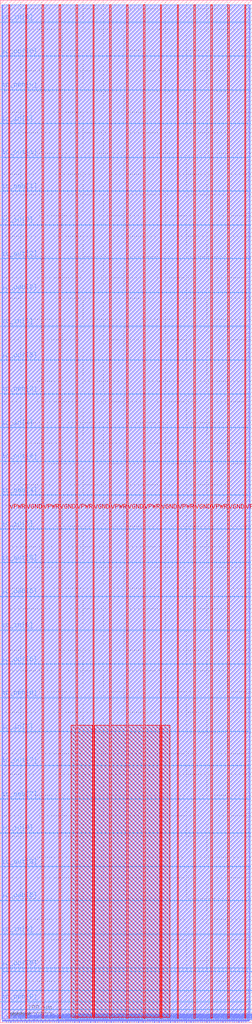
<source format=lef>
VERSION 5.7 ;
  NOWIREEXTENSIONATPIN ON ;
  DIVIDERCHAR "/" ;
  BUSBITCHARS "[]" ;
MACRO caravel_ips
  CLASS BLOCK ;
  FOREIGN caravel_ips ;
  ORIGIN 0.000 0.000 ;
  SIZE 610.000 BY 2470.000 ;
  PIN VGND
    DIRECTION INOUT ;
    USE GROUND ;
    PORT
      LAYER met4 ;
        RECT 61.040 10.640 64.240 2459.120 ;
    END
    PORT
      LAYER met4 ;
        RECT 142.640 10.640 145.840 2459.120 ;
    END
    PORT
      LAYER met4 ;
        RECT 224.240 10.640 227.440 2459.120 ;
    END
    PORT
      LAYER met4 ;
        RECT 305.840 10.640 309.040 2459.120 ;
    END
    PORT
      LAYER met4 ;
        RECT 387.440 10.640 390.640 2459.120 ;
    END
    PORT
      LAYER met4 ;
        RECT 469.040 10.640 472.240 2459.120 ;
    END
    PORT
      LAYER met4 ;
        RECT 550.640 10.640 553.840 2459.120 ;
    END
  END VGND
  PIN VPWR
    DIRECTION INOUT ;
    USE POWER ;
    PORT
      LAYER met4 ;
        RECT 20.240 10.640 23.440 2459.120 ;
    END
    PORT
      LAYER met4 ;
        RECT 101.840 10.640 105.040 2459.120 ;
    END
    PORT
      LAYER met4 ;
        RECT 183.440 10.640 186.640 2459.120 ;
    END
    PORT
      LAYER met4 ;
        RECT 265.040 10.640 268.240 2459.120 ;
    END
    PORT
      LAYER met4 ;
        RECT 346.640 10.640 349.840 2459.120 ;
    END
    PORT
      LAYER met4 ;
        RECT 428.240 10.640 431.440 2459.120 ;
    END
    PORT
      LAYER met4 ;
        RECT 509.840 10.640 513.040 2459.120 ;
    END
    PORT
      LAYER met4 ;
        RECT 591.440 10.640 594.640 2459.120 ;
    END
  END VPWR
  PIN io_in[0]
    DIRECTION INPUT ;
    USE SIGNAL ;
    ANTENNAGATEAREA 0.126000 ;
    PORT
      LAYER met3 ;
        RECT 0.000 2416.760 4.000 2417.360 ;
    END
  END io_in[0]
  PIN io_in[1]
    DIRECTION INPUT ;
    USE SIGNAL ;
    ANTENNAGATEAREA 0.126000 ;
    PORT
      LAYER met3 ;
        RECT 0.000 2171.960 4.000 2172.560 ;
    END
  END io_in[1]
  PIN io_in[2]
    DIRECTION INPUT ;
    USE SIGNAL ;
    PORT
      LAYER met3 ;
        RECT 0.000 1927.160 4.000 1927.760 ;
    END
  END io_in[2]
  PIN io_in[3]
    DIRECTION INPUT ;
    USE SIGNAL ;
    PORT
      LAYER met3 ;
        RECT 0.000 1682.360 4.000 1682.960 ;
    END
  END io_in[3]
  PIN io_in[4]
    DIRECTION INPUT ;
    USE SIGNAL ;
    PORT
      LAYER met3 ;
        RECT 0.000 1437.560 4.000 1438.160 ;
    END
  END io_in[4]
  PIN io_in[5]
    DIRECTION INPUT ;
    USE SIGNAL ;
    PORT
      LAYER met3 ;
        RECT 0.000 1192.760 4.000 1193.360 ;
    END
  END io_in[5]
  PIN io_in[6]
    DIRECTION INPUT ;
    USE SIGNAL ;
    PORT
      LAYER met3 ;
        RECT 0.000 947.960 4.000 948.560 ;
    END
  END io_in[6]
  PIN io_in[7]
    DIRECTION INPUT ;
    USE SIGNAL ;
    ANTENNAGATEAREA 0.126000 ;
    PORT
      LAYER met3 ;
        RECT 0.000 703.160 4.000 703.760 ;
    END
  END io_in[7]
  PIN io_in[8]
    DIRECTION INPUT ;
    USE SIGNAL ;
    ANTENNAGATEAREA 0.126000 ;
    PORT
      LAYER met3 ;
        RECT 0.000 458.360 4.000 458.960 ;
    END
  END io_in[8]
  PIN io_in[9]
    DIRECTION INPUT ;
    USE SIGNAL ;
    ANTENNAGATEAREA 0.126000 ;
    PORT
      LAYER met3 ;
        RECT 0.000 213.560 4.000 214.160 ;
    END
  END io_in[9]
  PIN io_oeb[0]
    DIRECTION OUTPUT TRISTATE ;
    USE SIGNAL ;
    ANTENNADIFFAREA 2.673000 ;
    PORT
      LAYER met3 ;
        RECT 0.000 2253.560 4.000 2254.160 ;
    END
  END io_oeb[0]
  PIN io_oeb[1]
    DIRECTION OUTPUT TRISTATE ;
    USE SIGNAL ;
    ANTENNADIFFAREA 2.673000 ;
    PORT
      LAYER met3 ;
        RECT 0.000 2008.760 4.000 2009.360 ;
    END
  END io_oeb[1]
  PIN io_oeb[2]
    DIRECTION OUTPUT TRISTATE ;
    USE SIGNAL ;
    PORT
      LAYER met3 ;
        RECT 0.000 1763.960 4.000 1764.560 ;
    END
  END io_oeb[2]
  PIN io_oeb[3]
    DIRECTION OUTPUT TRISTATE ;
    USE SIGNAL ;
    PORT
      LAYER met3 ;
        RECT 0.000 1519.160 4.000 1519.760 ;
    END
  END io_oeb[3]
  PIN io_oeb[4]
    DIRECTION OUTPUT TRISTATE ;
    USE SIGNAL ;
    PORT
      LAYER met3 ;
        RECT 0.000 1274.360 4.000 1274.960 ;
    END
  END io_oeb[4]
  PIN io_oeb[5]
    DIRECTION OUTPUT TRISTATE ;
    USE SIGNAL ;
    PORT
      LAYER met3 ;
        RECT 0.000 1029.560 4.000 1030.160 ;
    END
  END io_oeb[5]
  PIN io_oeb[6]
    DIRECTION OUTPUT TRISTATE ;
    USE SIGNAL ;
    PORT
      LAYER met3 ;
        RECT 0.000 784.760 4.000 785.360 ;
    END
  END io_oeb[6]
  PIN io_oeb[7]
    DIRECTION OUTPUT TRISTATE ;
    USE SIGNAL ;
    PORT
      LAYER met3 ;
        RECT 0.000 539.960 4.000 540.560 ;
    END
  END io_oeb[7]
  PIN io_oeb[8]
    DIRECTION OUTPUT TRISTATE ;
    USE SIGNAL ;
    ANTENNADIFFAREA 2.673000 ;
    PORT
      LAYER met3 ;
        RECT 0.000 295.160 4.000 295.760 ;
    END
  END io_oeb[8]
  PIN io_oeb[9]
    DIRECTION OUTPUT TRISTATE ;
    USE SIGNAL ;
    ANTENNADIFFAREA 2.673000 ;
    PORT
      LAYER met3 ;
        RECT 0.000 50.360 4.000 50.960 ;
    END
  END io_oeb[9]
  PIN io_out[0]
    DIRECTION OUTPUT TRISTATE ;
    USE SIGNAL ;
    ANTENNADIFFAREA 2.673000 ;
    PORT
      LAYER met3 ;
        RECT 0.000 2335.160 4.000 2335.760 ;
    END
  END io_out[0]
  PIN io_out[1]
    DIRECTION OUTPUT TRISTATE ;
    USE SIGNAL ;
    ANTENNADIFFAREA 2.673000 ;
    PORT
      LAYER met3 ;
        RECT 0.000 2090.360 4.000 2090.960 ;
    END
  END io_out[1]
  PIN io_out[2]
    DIRECTION OUTPUT TRISTATE ;
    USE SIGNAL ;
    ANTENNADIFFAREA 2.673000 ;
    PORT
      LAYER met3 ;
        RECT 0.000 1845.560 4.000 1846.160 ;
    END
  END io_out[2]
  PIN io_out[3]
    DIRECTION OUTPUT TRISTATE ;
    USE SIGNAL ;
    ANTENNADIFFAREA 2.673000 ;
    PORT
      LAYER met3 ;
        RECT 0.000 1600.760 4.000 1601.360 ;
    END
  END io_out[3]
  PIN io_out[4]
    DIRECTION OUTPUT TRISTATE ;
    USE SIGNAL ;
    PORT
      LAYER met3 ;
        RECT 0.000 1355.960 4.000 1356.560 ;
    END
  END io_out[4]
  PIN io_out[5]
    DIRECTION OUTPUT TRISTATE ;
    USE SIGNAL ;
    PORT
      LAYER met3 ;
        RECT 0.000 1111.160 4.000 1111.760 ;
    END
  END io_out[5]
  PIN io_out[6]
    DIRECTION OUTPUT TRISTATE ;
    USE SIGNAL ;
    ANTENNADIFFAREA 2.673000 ;
    PORT
      LAYER met3 ;
        RECT 0.000 866.360 4.000 866.960 ;
    END
  END io_out[6]
  PIN io_out[7]
    DIRECTION OUTPUT TRISTATE ;
    USE SIGNAL ;
    PORT
      LAYER met3 ;
        RECT 0.000 621.560 4.000 622.160 ;
    END
  END io_out[7]
  PIN io_out[8]
    DIRECTION OUTPUT TRISTATE ;
    USE SIGNAL ;
    ANTENNADIFFAREA 2.673000 ;
    PORT
      LAYER met3 ;
        RECT 0.000 376.760 4.000 377.360 ;
    END
  END io_out[8]
  PIN io_out[9]
    DIRECTION OUTPUT TRISTATE ;
    USE SIGNAL ;
    ANTENNADIFFAREA 2.673000 ;
    PORT
      LAYER met3 ;
        RECT 0.000 131.960 4.000 132.560 ;
    END
  END io_out[9]
  PIN irq[0]
    DIRECTION OUTPUT TRISTATE ;
    USE SIGNAL ;
    ANTENNADIFFAREA 2.673000 ;
    PORT
      LAYER met3 ;
        RECT 606.000 31.320 610.000 31.920 ;
    END
  END irq[0]
  PIN irq[1]
    DIRECTION OUTPUT TRISTATE ;
    USE SIGNAL ;
    ANTENNADIFFAREA 2.673000 ;
    PORT
      LAYER met3 ;
        RECT 606.000 77.560 610.000 78.160 ;
    END
  END irq[1]
  PIN irq[2]
    DIRECTION OUTPUT TRISTATE ;
    USE SIGNAL ;
    PORT
      LAYER met3 ;
        RECT 606.000 123.800 610.000 124.400 ;
    END
  END irq[2]
  PIN wb_clk_i
    DIRECTION INPUT ;
    USE SIGNAL ;
    ANTENNAGATEAREA 0.852000 ;
    PORT
      LAYER met2 ;
        RECT 14.810 0.000 15.090 4.000 ;
    END
  END wb_clk_i
  PIN wb_rst_i
    DIRECTION INPUT ;
    USE SIGNAL ;
    ANTENNAGATEAREA 0.126000 ;
    PORT
      LAYER met2 ;
        RECT 20.330 0.000 20.610 4.000 ;
    END
  END wb_rst_i
  PIN wbs_ack_o
    DIRECTION OUTPUT TRISTATE ;
    USE SIGNAL ;
    ANTENNADIFFAREA 2.673000 ;
    PORT
      LAYER met2 ;
        RECT 25.850 0.000 26.130 4.000 ;
    END
  END wbs_ack_o
  PIN wbs_adr_i[0]
    DIRECTION INPUT ;
    USE SIGNAL ;
    ANTENNAGATEAREA 0.126000 ;
    PORT
      LAYER met2 ;
        RECT 47.930 0.000 48.210 4.000 ;
    END
  END wbs_adr_i[0]
  PIN wbs_adr_i[10]
    DIRECTION INPUT ;
    USE SIGNAL ;
    ANTENNAGATEAREA 0.196500 ;
    PORT
      LAYER met2 ;
        RECT 235.610 0.000 235.890 4.000 ;
    END
  END wbs_adr_i[10]
  PIN wbs_adr_i[11]
    DIRECTION INPUT ;
    USE SIGNAL ;
    ANTENNAGATEAREA 0.126000 ;
    PORT
      LAYER met2 ;
        RECT 252.170 0.000 252.450 4.000 ;
    END
  END wbs_adr_i[11]
  PIN wbs_adr_i[12]
    DIRECTION INPUT ;
    USE SIGNAL ;
    ANTENNAGATEAREA 0.126000 ;
    PORT
      LAYER met2 ;
        RECT 268.730 0.000 269.010 4.000 ;
    END
  END wbs_adr_i[12]
  PIN wbs_adr_i[13]
    DIRECTION INPUT ;
    USE SIGNAL ;
    ANTENNAGATEAREA 0.196500 ;
    PORT
      LAYER met2 ;
        RECT 285.290 0.000 285.570 4.000 ;
    END
  END wbs_adr_i[13]
  PIN wbs_adr_i[14]
    DIRECTION INPUT ;
    USE SIGNAL ;
    ANTENNAGATEAREA 0.196500 ;
    PORT
      LAYER met2 ;
        RECT 301.850 0.000 302.130 4.000 ;
    END
  END wbs_adr_i[14]
  PIN wbs_adr_i[15]
    DIRECTION INPUT ;
    USE SIGNAL ;
    ANTENNAGATEAREA 0.196500 ;
    PORT
      LAYER met2 ;
        RECT 318.410 0.000 318.690 4.000 ;
    END
  END wbs_adr_i[15]
  PIN wbs_adr_i[16]
    DIRECTION INPUT ;
    USE SIGNAL ;
    ANTENNAGATEAREA 0.196500 ;
    PORT
      LAYER met2 ;
        RECT 334.970 0.000 335.250 4.000 ;
    END
  END wbs_adr_i[16]
  PIN wbs_adr_i[17]
    DIRECTION INPUT ;
    USE SIGNAL ;
    ANTENNAGATEAREA 0.196500 ;
    PORT
      LAYER met2 ;
        RECT 351.530 0.000 351.810 4.000 ;
    END
  END wbs_adr_i[17]
  PIN wbs_adr_i[18]
    DIRECTION INPUT ;
    USE SIGNAL ;
    ANTENNAGATEAREA 0.213000 ;
    PORT
      LAYER met2 ;
        RECT 368.090 0.000 368.370 4.000 ;
    END
  END wbs_adr_i[18]
  PIN wbs_adr_i[19]
    DIRECTION INPUT ;
    USE SIGNAL ;
    ANTENNAGATEAREA 0.213000 ;
    PORT
      LAYER met2 ;
        RECT 384.650 0.000 384.930 4.000 ;
    END
  END wbs_adr_i[19]
  PIN wbs_adr_i[1]
    DIRECTION INPUT ;
    USE SIGNAL ;
    ANTENNAGATEAREA 0.126000 ;
    PORT
      LAYER met2 ;
        RECT 70.010 0.000 70.290 4.000 ;
    END
  END wbs_adr_i[1]
  PIN wbs_adr_i[20]
    DIRECTION INPUT ;
    USE SIGNAL ;
    ANTENNAGATEAREA 0.126000 ;
    PORT
      LAYER met2 ;
        RECT 401.210 0.000 401.490 4.000 ;
    END
  END wbs_adr_i[20]
  PIN wbs_adr_i[21]
    DIRECTION INPUT ;
    USE SIGNAL ;
    ANTENNAGATEAREA 0.159000 ;
    PORT
      LAYER met2 ;
        RECT 417.770 0.000 418.050 4.000 ;
    END
  END wbs_adr_i[21]
  PIN wbs_adr_i[22]
    DIRECTION INPUT ;
    USE SIGNAL ;
    ANTENNAGATEAREA 0.213000 ;
    PORT
      LAYER met2 ;
        RECT 434.330 0.000 434.610 4.000 ;
    END
  END wbs_adr_i[22]
  PIN wbs_adr_i[23]
    DIRECTION INPUT ;
    USE SIGNAL ;
    ANTENNAGATEAREA 0.213000 ;
    PORT
      LAYER met2 ;
        RECT 450.890 0.000 451.170 4.000 ;
    END
  END wbs_adr_i[23]
  PIN wbs_adr_i[24]
    DIRECTION INPUT ;
    USE SIGNAL ;
    ANTENNAGATEAREA 0.196500 ;
    PORT
      LAYER met2 ;
        RECT 467.450 0.000 467.730 4.000 ;
    END
  END wbs_adr_i[24]
  PIN wbs_adr_i[25]
    DIRECTION INPUT ;
    USE SIGNAL ;
    ANTENNAGATEAREA 0.196500 ;
    PORT
      LAYER met2 ;
        RECT 484.010 0.000 484.290 4.000 ;
    END
  END wbs_adr_i[25]
  PIN wbs_adr_i[26]
    DIRECTION INPUT ;
    USE SIGNAL ;
    ANTENNAGATEAREA 0.196500 ;
    PORT
      LAYER met2 ;
        RECT 500.570 0.000 500.850 4.000 ;
    END
  END wbs_adr_i[26]
  PIN wbs_adr_i[27]
    DIRECTION INPUT ;
    USE SIGNAL ;
    ANTENNAGATEAREA 0.196500 ;
    PORT
      LAYER met2 ;
        RECT 517.130 0.000 517.410 4.000 ;
    END
  END wbs_adr_i[27]
  PIN wbs_adr_i[28]
    DIRECTION INPUT ;
    USE SIGNAL ;
    ANTENNAGATEAREA 0.196500 ;
    PORT
      LAYER met2 ;
        RECT 533.690 0.000 533.970 4.000 ;
    END
  END wbs_adr_i[28]
  PIN wbs_adr_i[29]
    DIRECTION INPUT ;
    USE SIGNAL ;
    ANTENNAGATEAREA 0.196500 ;
    PORT
      LAYER met2 ;
        RECT 550.250 0.000 550.530 4.000 ;
    END
  END wbs_adr_i[29]
  PIN wbs_adr_i[2]
    DIRECTION INPUT ;
    USE SIGNAL ;
    ANTENNAGATEAREA 0.126000 ;
    PORT
      LAYER met2 ;
        RECT 92.090 0.000 92.370 4.000 ;
    END
  END wbs_adr_i[2]
  PIN wbs_adr_i[30]
    DIRECTION INPUT ;
    USE SIGNAL ;
    ANTENNAGATEAREA 0.196500 ;
    PORT
      LAYER met2 ;
        RECT 566.810 0.000 567.090 4.000 ;
    END
  END wbs_adr_i[30]
  PIN wbs_adr_i[31]
    DIRECTION INPUT ;
    USE SIGNAL ;
    ANTENNAGATEAREA 0.196500 ;
    PORT
      LAYER met2 ;
        RECT 583.370 0.000 583.650 4.000 ;
    END
  END wbs_adr_i[31]
  PIN wbs_adr_i[3]
    DIRECTION INPUT ;
    USE SIGNAL ;
    ANTENNAGATEAREA 0.126000 ;
    PORT
      LAYER met2 ;
        RECT 114.170 0.000 114.450 4.000 ;
    END
  END wbs_adr_i[3]
  PIN wbs_adr_i[4]
    DIRECTION INPUT ;
    USE SIGNAL ;
    ANTENNAGATEAREA 0.126000 ;
    PORT
      LAYER met2 ;
        RECT 136.250 0.000 136.530 4.000 ;
    END
  END wbs_adr_i[4]
  PIN wbs_adr_i[5]
    DIRECTION INPUT ;
    USE SIGNAL ;
    ANTENNAGATEAREA 0.126000 ;
    PORT
      LAYER met2 ;
        RECT 152.810 0.000 153.090 4.000 ;
    END
  END wbs_adr_i[5]
  PIN wbs_adr_i[6]
    DIRECTION INPUT ;
    USE SIGNAL ;
    ANTENNAGATEAREA 0.196500 ;
    PORT
      LAYER met2 ;
        RECT 169.370 0.000 169.650 4.000 ;
    END
  END wbs_adr_i[6]
  PIN wbs_adr_i[7]
    DIRECTION INPUT ;
    USE SIGNAL ;
    ANTENNAGATEAREA 0.196500 ;
    PORT
      LAYER met2 ;
        RECT 185.930 0.000 186.210 4.000 ;
    END
  END wbs_adr_i[7]
  PIN wbs_adr_i[8]
    DIRECTION INPUT ;
    USE SIGNAL ;
    ANTENNAGATEAREA 0.126000 ;
    PORT
      LAYER met2 ;
        RECT 202.490 0.000 202.770 4.000 ;
    END
  END wbs_adr_i[8]
  PIN wbs_adr_i[9]
    DIRECTION INPUT ;
    USE SIGNAL ;
    ANTENNAGATEAREA 0.126000 ;
    PORT
      LAYER met2 ;
        RECT 219.050 0.000 219.330 4.000 ;
    END
  END wbs_adr_i[9]
  PIN wbs_cyc_i
    DIRECTION INPUT ;
    USE SIGNAL ;
    ANTENNAGATEAREA 0.126000 ;
    PORT
      LAYER met2 ;
        RECT 31.370 0.000 31.650 4.000 ;
    END
  END wbs_cyc_i
  PIN wbs_dat_i[0]
    DIRECTION INPUT ;
    USE SIGNAL ;
    ANTENNAGATEAREA 0.126000 ;
    PORT
      LAYER met2 ;
        RECT 53.450 0.000 53.730 4.000 ;
    END
  END wbs_dat_i[0]
  PIN wbs_dat_i[10]
    DIRECTION INPUT ;
    USE SIGNAL ;
    ANTENNAGATEAREA 0.126000 ;
    PORT
      LAYER met2 ;
        RECT 241.130 0.000 241.410 4.000 ;
    END
  END wbs_dat_i[10]
  PIN wbs_dat_i[11]
    DIRECTION INPUT ;
    USE SIGNAL ;
    ANTENNAGATEAREA 0.126000 ;
    PORT
      LAYER met2 ;
        RECT 257.690 0.000 257.970 4.000 ;
    END
  END wbs_dat_i[11]
  PIN wbs_dat_i[12]
    DIRECTION INPUT ;
    USE SIGNAL ;
    ANTENNAGATEAREA 0.126000 ;
    PORT
      LAYER met2 ;
        RECT 274.250 0.000 274.530 4.000 ;
    END
  END wbs_dat_i[12]
  PIN wbs_dat_i[13]
    DIRECTION INPUT ;
    USE SIGNAL ;
    ANTENNAGATEAREA 0.126000 ;
    PORT
      LAYER met2 ;
        RECT 290.810 0.000 291.090 4.000 ;
    END
  END wbs_dat_i[13]
  PIN wbs_dat_i[14]
    DIRECTION INPUT ;
    USE SIGNAL ;
    ANTENNAGATEAREA 0.126000 ;
    PORT
      LAYER met2 ;
        RECT 307.370 0.000 307.650 4.000 ;
    END
  END wbs_dat_i[14]
  PIN wbs_dat_i[15]
    DIRECTION INPUT ;
    USE SIGNAL ;
    ANTENNAGATEAREA 0.126000 ;
    PORT
      LAYER met2 ;
        RECT 323.930 0.000 324.210 4.000 ;
    END
  END wbs_dat_i[15]
  PIN wbs_dat_i[16]
    DIRECTION INPUT ;
    USE SIGNAL ;
    ANTENNAGATEAREA 0.126000 ;
    PORT
      LAYER met2 ;
        RECT 340.490 0.000 340.770 4.000 ;
    END
  END wbs_dat_i[16]
  PIN wbs_dat_i[17]
    DIRECTION INPUT ;
    USE SIGNAL ;
    ANTENNAGATEAREA 0.126000 ;
    PORT
      LAYER met2 ;
        RECT 357.050 0.000 357.330 4.000 ;
    END
  END wbs_dat_i[17]
  PIN wbs_dat_i[18]
    DIRECTION INPUT ;
    USE SIGNAL ;
    ANTENNAGATEAREA 0.213000 ;
    PORT
      LAYER met2 ;
        RECT 373.610 0.000 373.890 4.000 ;
    END
  END wbs_dat_i[18]
  PIN wbs_dat_i[19]
    DIRECTION INPUT ;
    USE SIGNAL ;
    ANTENNAGATEAREA 0.126000 ;
    PORT
      LAYER met2 ;
        RECT 390.170 0.000 390.450 4.000 ;
    END
  END wbs_dat_i[19]
  PIN wbs_dat_i[1]
    DIRECTION INPUT ;
    USE SIGNAL ;
    ANTENNAGATEAREA 0.126000 ;
    PORT
      LAYER met2 ;
        RECT 75.530 0.000 75.810 4.000 ;
    END
  END wbs_dat_i[1]
  PIN wbs_dat_i[20]
    DIRECTION INPUT ;
    USE SIGNAL ;
    ANTENNAGATEAREA 0.126000 ;
    PORT
      LAYER met2 ;
        RECT 406.730 0.000 407.010 4.000 ;
    END
  END wbs_dat_i[20]
  PIN wbs_dat_i[21]
    DIRECTION INPUT ;
    USE SIGNAL ;
    ANTENNAGATEAREA 0.126000 ;
    PORT
      LAYER met2 ;
        RECT 423.290 0.000 423.570 4.000 ;
    END
  END wbs_dat_i[21]
  PIN wbs_dat_i[22]
    DIRECTION INPUT ;
    USE SIGNAL ;
    ANTENNAGATEAREA 0.126000 ;
    PORT
      LAYER met2 ;
        RECT 439.850 0.000 440.130 4.000 ;
    END
  END wbs_dat_i[22]
  PIN wbs_dat_i[23]
    DIRECTION INPUT ;
    USE SIGNAL ;
    ANTENNAGATEAREA 0.126000 ;
    PORT
      LAYER met2 ;
        RECT 456.410 0.000 456.690 4.000 ;
    END
  END wbs_dat_i[23]
  PIN wbs_dat_i[24]
    DIRECTION INPUT ;
    USE SIGNAL ;
    ANTENNAGATEAREA 0.159000 ;
    PORT
      LAYER met2 ;
        RECT 472.970 0.000 473.250 4.000 ;
    END
  END wbs_dat_i[24]
  PIN wbs_dat_i[25]
    DIRECTION INPUT ;
    USE SIGNAL ;
    ANTENNAGATEAREA 0.126000 ;
    PORT
      LAYER met2 ;
        RECT 489.530 0.000 489.810 4.000 ;
    END
  END wbs_dat_i[25]
  PIN wbs_dat_i[26]
    DIRECTION INPUT ;
    USE SIGNAL ;
    ANTENNAGATEAREA 0.213000 ;
    PORT
      LAYER met2 ;
        RECT 506.090 0.000 506.370 4.000 ;
    END
  END wbs_dat_i[26]
  PIN wbs_dat_i[27]
    DIRECTION INPUT ;
    USE SIGNAL ;
    ANTENNAGATEAREA 0.213000 ;
    PORT
      LAYER met2 ;
        RECT 522.650 0.000 522.930 4.000 ;
    END
  END wbs_dat_i[27]
  PIN wbs_dat_i[28]
    DIRECTION INPUT ;
    USE SIGNAL ;
    ANTENNAGATEAREA 0.213000 ;
    PORT
      LAYER met2 ;
        RECT 539.210 0.000 539.490 4.000 ;
    END
  END wbs_dat_i[28]
  PIN wbs_dat_i[29]
    DIRECTION INPUT ;
    USE SIGNAL ;
    ANTENNAGATEAREA 0.126000 ;
    PORT
      LAYER met2 ;
        RECT 555.770 0.000 556.050 4.000 ;
    END
  END wbs_dat_i[29]
  PIN wbs_dat_i[2]
    DIRECTION INPUT ;
    USE SIGNAL ;
    ANTENNAGATEAREA 0.126000 ;
    PORT
      LAYER met2 ;
        RECT 97.610 0.000 97.890 4.000 ;
    END
  END wbs_dat_i[2]
  PIN wbs_dat_i[30]
    DIRECTION INPUT ;
    USE SIGNAL ;
    ANTENNAGATEAREA 0.247500 ;
    PORT
      LAYER met2 ;
        RECT 572.330 0.000 572.610 4.000 ;
    END
  END wbs_dat_i[30]
  PIN wbs_dat_i[31]
    DIRECTION INPUT ;
    USE SIGNAL ;
    ANTENNAGATEAREA 0.213000 ;
    PORT
      LAYER met2 ;
        RECT 588.890 0.000 589.170 4.000 ;
    END
  END wbs_dat_i[31]
  PIN wbs_dat_i[3]
    DIRECTION INPUT ;
    USE SIGNAL ;
    ANTENNAGATEAREA 0.126000 ;
    PORT
      LAYER met2 ;
        RECT 119.690 0.000 119.970 4.000 ;
    END
  END wbs_dat_i[3]
  PIN wbs_dat_i[4]
    DIRECTION INPUT ;
    USE SIGNAL ;
    ANTENNAGATEAREA 0.126000 ;
    PORT
      LAYER met2 ;
        RECT 141.770 0.000 142.050 4.000 ;
    END
  END wbs_dat_i[4]
  PIN wbs_dat_i[5]
    DIRECTION INPUT ;
    USE SIGNAL ;
    ANTENNAGATEAREA 0.126000 ;
    PORT
      LAYER met2 ;
        RECT 158.330 0.000 158.610 4.000 ;
    END
  END wbs_dat_i[5]
  PIN wbs_dat_i[6]
    DIRECTION INPUT ;
    USE SIGNAL ;
    ANTENNAGATEAREA 0.126000 ;
    PORT
      LAYER met2 ;
        RECT 174.890 0.000 175.170 4.000 ;
    END
  END wbs_dat_i[6]
  PIN wbs_dat_i[7]
    DIRECTION INPUT ;
    USE SIGNAL ;
    ANTENNAGATEAREA 0.126000 ;
    PORT
      LAYER met2 ;
        RECT 191.450 0.000 191.730 4.000 ;
    END
  END wbs_dat_i[7]
  PIN wbs_dat_i[8]
    DIRECTION INPUT ;
    USE SIGNAL ;
    ANTENNAGATEAREA 0.126000 ;
    PORT
      LAYER met2 ;
        RECT 208.010 0.000 208.290 4.000 ;
    END
  END wbs_dat_i[8]
  PIN wbs_dat_i[9]
    DIRECTION INPUT ;
    USE SIGNAL ;
    ANTENNAGATEAREA 0.126000 ;
    PORT
      LAYER met2 ;
        RECT 224.570 0.000 224.850 4.000 ;
    END
  END wbs_dat_i[9]
  PIN wbs_dat_o[0]
    DIRECTION OUTPUT TRISTATE ;
    USE SIGNAL ;
    ANTENNADIFFAREA 2.673000 ;
    PORT
      LAYER met2 ;
        RECT 58.970 0.000 59.250 4.000 ;
    END
  END wbs_dat_o[0]
  PIN wbs_dat_o[10]
    DIRECTION OUTPUT TRISTATE ;
    USE SIGNAL ;
    ANTENNADIFFAREA 2.673000 ;
    PORT
      LAYER met2 ;
        RECT 246.650 0.000 246.930 4.000 ;
    END
  END wbs_dat_o[10]
  PIN wbs_dat_o[11]
    DIRECTION OUTPUT TRISTATE ;
    USE SIGNAL ;
    ANTENNADIFFAREA 2.673000 ;
    PORT
      LAYER met2 ;
        RECT 263.210 0.000 263.490 4.000 ;
    END
  END wbs_dat_o[11]
  PIN wbs_dat_o[12]
    DIRECTION OUTPUT TRISTATE ;
    USE SIGNAL ;
    ANTENNADIFFAREA 2.673000 ;
    PORT
      LAYER met2 ;
        RECT 279.770 0.000 280.050 4.000 ;
    END
  END wbs_dat_o[12]
  PIN wbs_dat_o[13]
    DIRECTION OUTPUT TRISTATE ;
    USE SIGNAL ;
    ANTENNADIFFAREA 2.673000 ;
    PORT
      LAYER met2 ;
        RECT 296.330 0.000 296.610 4.000 ;
    END
  END wbs_dat_o[13]
  PIN wbs_dat_o[14]
    DIRECTION OUTPUT TRISTATE ;
    USE SIGNAL ;
    ANTENNADIFFAREA 2.673000 ;
    PORT
      LAYER met2 ;
        RECT 312.890 0.000 313.170 4.000 ;
    END
  END wbs_dat_o[14]
  PIN wbs_dat_o[15]
    DIRECTION OUTPUT TRISTATE ;
    USE SIGNAL ;
    ANTENNADIFFAREA 2.673000 ;
    PORT
      LAYER met2 ;
        RECT 329.450 0.000 329.730 4.000 ;
    END
  END wbs_dat_o[15]
  PIN wbs_dat_o[16]
    DIRECTION OUTPUT TRISTATE ;
    USE SIGNAL ;
    ANTENNADIFFAREA 2.673000 ;
    PORT
      LAYER met2 ;
        RECT 346.010 0.000 346.290 4.000 ;
    END
  END wbs_dat_o[16]
  PIN wbs_dat_o[17]
    DIRECTION OUTPUT TRISTATE ;
    USE SIGNAL ;
    ANTENNADIFFAREA 2.673000 ;
    PORT
      LAYER met2 ;
        RECT 362.570 0.000 362.850 4.000 ;
    END
  END wbs_dat_o[17]
  PIN wbs_dat_o[18]
    DIRECTION OUTPUT TRISTATE ;
    USE SIGNAL ;
    ANTENNADIFFAREA 2.673000 ;
    PORT
      LAYER met2 ;
        RECT 379.130 0.000 379.410 4.000 ;
    END
  END wbs_dat_o[18]
  PIN wbs_dat_o[19]
    DIRECTION OUTPUT TRISTATE ;
    USE SIGNAL ;
    ANTENNADIFFAREA 2.673000 ;
    PORT
      LAYER met2 ;
        RECT 395.690 0.000 395.970 4.000 ;
    END
  END wbs_dat_o[19]
  PIN wbs_dat_o[1]
    DIRECTION OUTPUT TRISTATE ;
    USE SIGNAL ;
    ANTENNADIFFAREA 2.673000 ;
    PORT
      LAYER met2 ;
        RECT 81.050 0.000 81.330 4.000 ;
    END
  END wbs_dat_o[1]
  PIN wbs_dat_o[20]
    DIRECTION OUTPUT TRISTATE ;
    USE SIGNAL ;
    ANTENNADIFFAREA 2.673000 ;
    PORT
      LAYER met2 ;
        RECT 412.250 0.000 412.530 4.000 ;
    END
  END wbs_dat_o[20]
  PIN wbs_dat_o[21]
    DIRECTION OUTPUT TRISTATE ;
    USE SIGNAL ;
    ANTENNADIFFAREA 2.673000 ;
    PORT
      LAYER met2 ;
        RECT 428.810 0.000 429.090 4.000 ;
    END
  END wbs_dat_o[21]
  PIN wbs_dat_o[22]
    DIRECTION OUTPUT TRISTATE ;
    USE SIGNAL ;
    ANTENNADIFFAREA 2.673000 ;
    PORT
      LAYER met2 ;
        RECT 445.370 0.000 445.650 4.000 ;
    END
  END wbs_dat_o[22]
  PIN wbs_dat_o[23]
    DIRECTION OUTPUT TRISTATE ;
    USE SIGNAL ;
    ANTENNADIFFAREA 2.673000 ;
    PORT
      LAYER met2 ;
        RECT 461.930 0.000 462.210 4.000 ;
    END
  END wbs_dat_o[23]
  PIN wbs_dat_o[24]
    DIRECTION OUTPUT TRISTATE ;
    USE SIGNAL ;
    ANTENNADIFFAREA 2.673000 ;
    PORT
      LAYER met2 ;
        RECT 478.490 0.000 478.770 4.000 ;
    END
  END wbs_dat_o[24]
  PIN wbs_dat_o[25]
    DIRECTION OUTPUT TRISTATE ;
    USE SIGNAL ;
    ANTENNADIFFAREA 2.673000 ;
    PORT
      LAYER met2 ;
        RECT 495.050 0.000 495.330 4.000 ;
    END
  END wbs_dat_o[25]
  PIN wbs_dat_o[26]
    DIRECTION OUTPUT TRISTATE ;
    USE SIGNAL ;
    ANTENNADIFFAREA 2.673000 ;
    PORT
      LAYER met2 ;
        RECT 511.610 0.000 511.890 4.000 ;
    END
  END wbs_dat_o[26]
  PIN wbs_dat_o[27]
    DIRECTION OUTPUT TRISTATE ;
    USE SIGNAL ;
    ANTENNADIFFAREA 2.673000 ;
    PORT
      LAYER met2 ;
        RECT 528.170 0.000 528.450 4.000 ;
    END
  END wbs_dat_o[27]
  PIN wbs_dat_o[28]
    DIRECTION OUTPUT TRISTATE ;
    USE SIGNAL ;
    ANTENNADIFFAREA 2.673000 ;
    PORT
      LAYER met2 ;
        RECT 544.730 0.000 545.010 4.000 ;
    END
  END wbs_dat_o[28]
  PIN wbs_dat_o[29]
    DIRECTION OUTPUT TRISTATE ;
    USE SIGNAL ;
    ANTENNADIFFAREA 2.673000 ;
    PORT
      LAYER met2 ;
        RECT 561.290 0.000 561.570 4.000 ;
    END
  END wbs_dat_o[29]
  PIN wbs_dat_o[2]
    DIRECTION OUTPUT TRISTATE ;
    USE SIGNAL ;
    ANTENNADIFFAREA 2.673000 ;
    PORT
      LAYER met2 ;
        RECT 103.130 0.000 103.410 4.000 ;
    END
  END wbs_dat_o[2]
  PIN wbs_dat_o[30]
    DIRECTION OUTPUT TRISTATE ;
    USE SIGNAL ;
    ANTENNADIFFAREA 2.673000 ;
    PORT
      LAYER met2 ;
        RECT 577.850 0.000 578.130 4.000 ;
    END
  END wbs_dat_o[30]
  PIN wbs_dat_o[31]
    DIRECTION OUTPUT TRISTATE ;
    USE SIGNAL ;
    ANTENNADIFFAREA 2.673000 ;
    PORT
      LAYER met2 ;
        RECT 594.410 0.000 594.690 4.000 ;
    END
  END wbs_dat_o[31]
  PIN wbs_dat_o[3]
    DIRECTION OUTPUT TRISTATE ;
    USE SIGNAL ;
    ANTENNADIFFAREA 2.673000 ;
    PORT
      LAYER met2 ;
        RECT 125.210 0.000 125.490 4.000 ;
    END
  END wbs_dat_o[3]
  PIN wbs_dat_o[4]
    DIRECTION OUTPUT TRISTATE ;
    USE SIGNAL ;
    ANTENNADIFFAREA 2.673000 ;
    PORT
      LAYER met2 ;
        RECT 147.290 0.000 147.570 4.000 ;
    END
  END wbs_dat_o[4]
  PIN wbs_dat_o[5]
    DIRECTION OUTPUT TRISTATE ;
    USE SIGNAL ;
    ANTENNADIFFAREA 2.673000 ;
    PORT
      LAYER met2 ;
        RECT 163.850 0.000 164.130 4.000 ;
    END
  END wbs_dat_o[5]
  PIN wbs_dat_o[6]
    DIRECTION OUTPUT TRISTATE ;
    USE SIGNAL ;
    ANTENNADIFFAREA 2.673000 ;
    PORT
      LAYER met2 ;
        RECT 180.410 0.000 180.690 4.000 ;
    END
  END wbs_dat_o[6]
  PIN wbs_dat_o[7]
    DIRECTION OUTPUT TRISTATE ;
    USE SIGNAL ;
    ANTENNADIFFAREA 2.673000 ;
    PORT
      LAYER met2 ;
        RECT 196.970 0.000 197.250 4.000 ;
    END
  END wbs_dat_o[7]
  PIN wbs_dat_o[8]
    DIRECTION OUTPUT TRISTATE ;
    USE SIGNAL ;
    ANTENNADIFFAREA 2.673000 ;
    PORT
      LAYER met2 ;
        RECT 213.530 0.000 213.810 4.000 ;
    END
  END wbs_dat_o[8]
  PIN wbs_dat_o[9]
    DIRECTION OUTPUT TRISTATE ;
    USE SIGNAL ;
    ANTENNADIFFAREA 2.673000 ;
    PORT
      LAYER met2 ;
        RECT 230.090 0.000 230.370 4.000 ;
    END
  END wbs_dat_o[9]
  PIN wbs_sel_i[0]
    DIRECTION INPUT ;
    USE SIGNAL ;
    ANTENNAGATEAREA 0.159000 ;
    PORT
      LAYER met2 ;
        RECT 64.490 0.000 64.770 4.000 ;
    END
  END wbs_sel_i[0]
  PIN wbs_sel_i[1]
    DIRECTION INPUT ;
    USE SIGNAL ;
    ANTENNAGATEAREA 0.426000 ;
    PORT
      LAYER met2 ;
        RECT 86.570 0.000 86.850 4.000 ;
    END
  END wbs_sel_i[1]
  PIN wbs_sel_i[2]
    DIRECTION INPUT ;
    USE SIGNAL ;
    ANTENNAGATEAREA 0.213000 ;
    PORT
      LAYER met2 ;
        RECT 108.650 0.000 108.930 4.000 ;
    END
  END wbs_sel_i[2]
  PIN wbs_sel_i[3]
    DIRECTION INPUT ;
    USE SIGNAL ;
    ANTENNAGATEAREA 0.196500 ;
    PORT
      LAYER met2 ;
        RECT 130.730 0.000 131.010 4.000 ;
    END
  END wbs_sel_i[3]
  PIN wbs_stb_i
    DIRECTION INPUT ;
    USE SIGNAL ;
    ANTENNAGATEAREA 0.159000 ;
    PORT
      LAYER met2 ;
        RECT 36.890 0.000 37.170 4.000 ;
    END
  END wbs_stb_i
  PIN wbs_we_i
    DIRECTION INPUT ;
    USE SIGNAL ;
    ANTENNAGATEAREA 0.126000 ;
    PORT
      LAYER met2 ;
        RECT 42.410 0.000 42.690 4.000 ;
    END
  END wbs_we_i
  OBS
      LAYER li1 ;
        RECT 5.520 10.795 604.440 2458.965 ;
      LAYER met1 ;
        RECT 4.670 6.500 604.440 2459.120 ;
      LAYER met2 ;
        RECT 4.690 4.280 602.970 2459.065 ;
        RECT 4.690 3.670 14.530 4.280 ;
        RECT 15.370 3.670 20.050 4.280 ;
        RECT 20.890 3.670 25.570 4.280 ;
        RECT 26.410 3.670 31.090 4.280 ;
        RECT 31.930 3.670 36.610 4.280 ;
        RECT 37.450 3.670 42.130 4.280 ;
        RECT 42.970 3.670 47.650 4.280 ;
        RECT 48.490 3.670 53.170 4.280 ;
        RECT 54.010 3.670 58.690 4.280 ;
        RECT 59.530 3.670 64.210 4.280 ;
        RECT 65.050 3.670 69.730 4.280 ;
        RECT 70.570 3.670 75.250 4.280 ;
        RECT 76.090 3.670 80.770 4.280 ;
        RECT 81.610 3.670 86.290 4.280 ;
        RECT 87.130 3.670 91.810 4.280 ;
        RECT 92.650 3.670 97.330 4.280 ;
        RECT 98.170 3.670 102.850 4.280 ;
        RECT 103.690 3.670 108.370 4.280 ;
        RECT 109.210 3.670 113.890 4.280 ;
        RECT 114.730 3.670 119.410 4.280 ;
        RECT 120.250 3.670 124.930 4.280 ;
        RECT 125.770 3.670 130.450 4.280 ;
        RECT 131.290 3.670 135.970 4.280 ;
        RECT 136.810 3.670 141.490 4.280 ;
        RECT 142.330 3.670 147.010 4.280 ;
        RECT 147.850 3.670 152.530 4.280 ;
        RECT 153.370 3.670 158.050 4.280 ;
        RECT 158.890 3.670 163.570 4.280 ;
        RECT 164.410 3.670 169.090 4.280 ;
        RECT 169.930 3.670 174.610 4.280 ;
        RECT 175.450 3.670 180.130 4.280 ;
        RECT 180.970 3.670 185.650 4.280 ;
        RECT 186.490 3.670 191.170 4.280 ;
        RECT 192.010 3.670 196.690 4.280 ;
        RECT 197.530 3.670 202.210 4.280 ;
        RECT 203.050 3.670 207.730 4.280 ;
        RECT 208.570 3.670 213.250 4.280 ;
        RECT 214.090 3.670 218.770 4.280 ;
        RECT 219.610 3.670 224.290 4.280 ;
        RECT 225.130 3.670 229.810 4.280 ;
        RECT 230.650 3.670 235.330 4.280 ;
        RECT 236.170 3.670 240.850 4.280 ;
        RECT 241.690 3.670 246.370 4.280 ;
        RECT 247.210 3.670 251.890 4.280 ;
        RECT 252.730 3.670 257.410 4.280 ;
        RECT 258.250 3.670 262.930 4.280 ;
        RECT 263.770 3.670 268.450 4.280 ;
        RECT 269.290 3.670 273.970 4.280 ;
        RECT 274.810 3.670 279.490 4.280 ;
        RECT 280.330 3.670 285.010 4.280 ;
        RECT 285.850 3.670 290.530 4.280 ;
        RECT 291.370 3.670 296.050 4.280 ;
        RECT 296.890 3.670 301.570 4.280 ;
        RECT 302.410 3.670 307.090 4.280 ;
        RECT 307.930 3.670 312.610 4.280 ;
        RECT 313.450 3.670 318.130 4.280 ;
        RECT 318.970 3.670 323.650 4.280 ;
        RECT 324.490 3.670 329.170 4.280 ;
        RECT 330.010 3.670 334.690 4.280 ;
        RECT 335.530 3.670 340.210 4.280 ;
        RECT 341.050 3.670 345.730 4.280 ;
        RECT 346.570 3.670 351.250 4.280 ;
        RECT 352.090 3.670 356.770 4.280 ;
        RECT 357.610 3.670 362.290 4.280 ;
        RECT 363.130 3.670 367.810 4.280 ;
        RECT 368.650 3.670 373.330 4.280 ;
        RECT 374.170 3.670 378.850 4.280 ;
        RECT 379.690 3.670 384.370 4.280 ;
        RECT 385.210 3.670 389.890 4.280 ;
        RECT 390.730 3.670 395.410 4.280 ;
        RECT 396.250 3.670 400.930 4.280 ;
        RECT 401.770 3.670 406.450 4.280 ;
        RECT 407.290 3.670 411.970 4.280 ;
        RECT 412.810 3.670 417.490 4.280 ;
        RECT 418.330 3.670 423.010 4.280 ;
        RECT 423.850 3.670 428.530 4.280 ;
        RECT 429.370 3.670 434.050 4.280 ;
        RECT 434.890 3.670 439.570 4.280 ;
        RECT 440.410 3.670 445.090 4.280 ;
        RECT 445.930 3.670 450.610 4.280 ;
        RECT 451.450 3.670 456.130 4.280 ;
        RECT 456.970 3.670 461.650 4.280 ;
        RECT 462.490 3.670 467.170 4.280 ;
        RECT 468.010 3.670 472.690 4.280 ;
        RECT 473.530 3.670 478.210 4.280 ;
        RECT 479.050 3.670 483.730 4.280 ;
        RECT 484.570 3.670 489.250 4.280 ;
        RECT 490.090 3.670 494.770 4.280 ;
        RECT 495.610 3.670 500.290 4.280 ;
        RECT 501.130 3.670 505.810 4.280 ;
        RECT 506.650 3.670 511.330 4.280 ;
        RECT 512.170 3.670 516.850 4.280 ;
        RECT 517.690 3.670 522.370 4.280 ;
        RECT 523.210 3.670 527.890 4.280 ;
        RECT 528.730 3.670 533.410 4.280 ;
        RECT 534.250 3.670 538.930 4.280 ;
        RECT 539.770 3.670 544.450 4.280 ;
        RECT 545.290 3.670 549.970 4.280 ;
        RECT 550.810 3.670 555.490 4.280 ;
        RECT 556.330 3.670 561.010 4.280 ;
        RECT 561.850 3.670 566.530 4.280 ;
        RECT 567.370 3.670 572.050 4.280 ;
        RECT 572.890 3.670 577.570 4.280 ;
        RECT 578.410 3.670 583.090 4.280 ;
        RECT 583.930 3.670 588.610 4.280 ;
        RECT 589.450 3.670 594.130 4.280 ;
        RECT 594.970 3.670 602.970 4.280 ;
      LAYER met3 ;
        RECT 3.990 2417.760 606.000 2459.045 ;
        RECT 4.400 2416.360 606.000 2417.760 ;
        RECT 3.990 2336.160 606.000 2416.360 ;
        RECT 4.400 2334.760 606.000 2336.160 ;
        RECT 3.990 2254.560 606.000 2334.760 ;
        RECT 4.400 2253.160 606.000 2254.560 ;
        RECT 3.990 2172.960 606.000 2253.160 ;
        RECT 4.400 2171.560 606.000 2172.960 ;
        RECT 3.990 2091.360 606.000 2171.560 ;
        RECT 4.400 2089.960 606.000 2091.360 ;
        RECT 3.990 2009.760 606.000 2089.960 ;
        RECT 4.400 2008.360 606.000 2009.760 ;
        RECT 3.990 1928.160 606.000 2008.360 ;
        RECT 4.400 1926.760 606.000 1928.160 ;
        RECT 3.990 1846.560 606.000 1926.760 ;
        RECT 4.400 1845.160 606.000 1846.560 ;
        RECT 3.990 1764.960 606.000 1845.160 ;
        RECT 4.400 1763.560 606.000 1764.960 ;
        RECT 3.990 1683.360 606.000 1763.560 ;
        RECT 4.400 1681.960 606.000 1683.360 ;
        RECT 3.990 1601.760 606.000 1681.960 ;
        RECT 4.400 1600.360 606.000 1601.760 ;
        RECT 3.990 1520.160 606.000 1600.360 ;
        RECT 4.400 1518.760 606.000 1520.160 ;
        RECT 3.990 1438.560 606.000 1518.760 ;
        RECT 4.400 1437.160 606.000 1438.560 ;
        RECT 3.990 1356.960 606.000 1437.160 ;
        RECT 4.400 1355.560 606.000 1356.960 ;
        RECT 3.990 1275.360 606.000 1355.560 ;
        RECT 4.400 1273.960 606.000 1275.360 ;
        RECT 3.990 1193.760 606.000 1273.960 ;
        RECT 4.400 1192.360 606.000 1193.760 ;
        RECT 3.990 1112.160 606.000 1192.360 ;
        RECT 4.400 1110.760 606.000 1112.160 ;
        RECT 3.990 1030.560 606.000 1110.760 ;
        RECT 4.400 1029.160 606.000 1030.560 ;
        RECT 3.990 948.960 606.000 1029.160 ;
        RECT 4.400 947.560 606.000 948.960 ;
        RECT 3.990 867.360 606.000 947.560 ;
        RECT 4.400 865.960 606.000 867.360 ;
        RECT 3.990 785.760 606.000 865.960 ;
        RECT 4.400 784.360 606.000 785.760 ;
        RECT 3.990 704.160 606.000 784.360 ;
        RECT 4.400 702.760 606.000 704.160 ;
        RECT 3.990 622.560 606.000 702.760 ;
        RECT 4.400 621.160 606.000 622.560 ;
        RECT 3.990 540.960 606.000 621.160 ;
        RECT 4.400 539.560 606.000 540.960 ;
        RECT 3.990 459.360 606.000 539.560 ;
        RECT 4.400 457.960 606.000 459.360 ;
        RECT 3.990 377.760 606.000 457.960 ;
        RECT 4.400 376.360 606.000 377.760 ;
        RECT 3.990 296.160 606.000 376.360 ;
        RECT 4.400 294.760 606.000 296.160 ;
        RECT 3.990 214.560 606.000 294.760 ;
        RECT 4.400 213.160 606.000 214.560 ;
        RECT 3.990 132.960 606.000 213.160 ;
        RECT 4.400 131.560 606.000 132.960 ;
        RECT 3.990 124.800 606.000 131.560 ;
        RECT 3.990 123.400 605.600 124.800 ;
        RECT 3.990 78.560 606.000 123.400 ;
        RECT 3.990 77.160 605.600 78.560 ;
        RECT 3.990 51.360 606.000 77.160 ;
        RECT 4.400 49.960 606.000 51.360 ;
        RECT 3.990 32.320 606.000 49.960 ;
        RECT 3.990 30.920 605.600 32.320 ;
        RECT 3.990 8.335 606.000 30.920 ;
      LAYER met4 ;
        RECT 171.415 13.775 183.040 719.265 ;
        RECT 187.040 13.775 223.840 719.265 ;
        RECT 227.840 13.775 264.640 719.265 ;
        RECT 268.640 13.775 305.440 719.265 ;
        RECT 309.440 13.775 346.240 719.265 ;
        RECT 350.240 13.775 387.040 719.265 ;
        RECT 391.040 13.775 410.945 719.265 ;
  END
END caravel_ips
END LIBRARY


</source>
